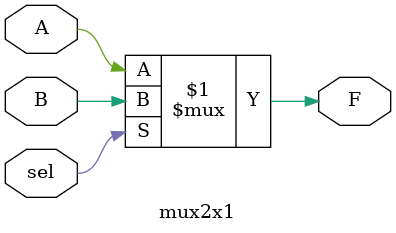
<source format=v>
module mux2x1(A,B,sel,F);
input A,B,sel;
output F;
assign F = sel ? B:A;
endmodule

</source>
